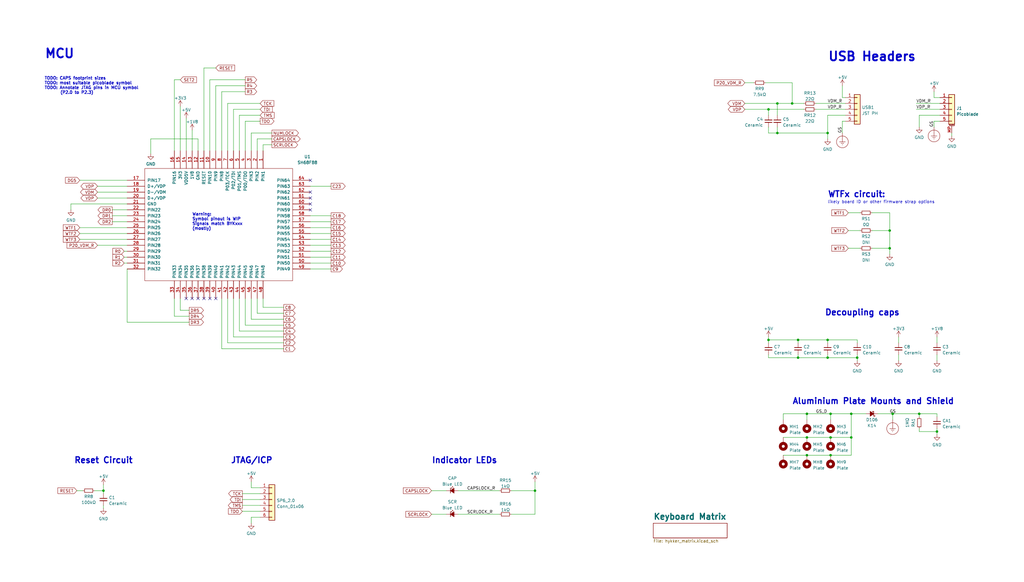
<source format=kicad_sch>
(kicad_sch (version 20211123) (generator eeschema)
  (paper "User" 440.004 250.012)
  (title_block (title "MCU / Connectors / Indicators") (date "2023-02-27") (company "Sebastian \"swiftgeek\" Grzywna") (comment 1 "Mechanical keyboard marketed as \"Hykker X Range 2017\"") (comment 3 "Reverse Engineered RE-K70-BYK800 (WIP)"))
  (lib_symbols
    (symbol "Connector_Generic:Conn_01x05" (pin_names (offset 1.016) hide)
      (property "Reference" "J" (at 0 7.62 0))
      (property "Value" "Conn_01x05" (at 0 -7.62 0))
      (symbol "Conn_01x05_1_1"
        (rectangle (start -1.27 -4.953) (end 0 -5.207) (stroke (width 0.1524)))
        (rectangle (start -1.27 -2.413) (end 0 -2.667) (stroke (width 0.1524)))
        (rectangle (start -1.27 0.127) (end 0 -0.127) (stroke (width 0.1524)))
        (rectangle (start -1.27 2.667) (end 0 2.413) (stroke (width 0.1524)))
        (rectangle (start -1.27 5.207) (end 0 4.953) (stroke (width 0.1524)))
        (rectangle (start -1.27 6.35) (end 1.27 -6.35) (stroke (width 0.254)) (fill (type background)))
        (pin passive line (at -5.08 5.08 0) (length 3.81) (name "Pin_1") (number "1"))
        (pin passive line (at -5.08 2.54 0) (length 3.81) (name "Pin_2") (number "2"))
        (pin passive line (at -5.08 0 0) (length 3.81) (name "Pin_3") (number "3"))
        (pin passive line (at -5.08 -2.54 0) (length 3.81) (name "Pin_4") (number "4"))
        (pin passive line (at -5.08 -5.08 0) (length 3.81) (name "Pin_5") (number "5"))
      )
    )
    (symbol "Connector_Generic:Conn_01x06" (pin_names (offset 1.016) hide)
      (property "Reference" "J" (at 0 7.62 0))
      (property "Value" "Conn_01x06" (at 0 -10.16 0))
      (symbol "Conn_01x06_1_1"
        (rectangle (start -1.27 -7.493) (end 0 -7.747) (stroke (width 0.1524)))
        (rectangle (start -1.27 -4.953) (end 0 -5.207) (stroke (width 0.1524)))
        (rectangle (start -1.27 -2.413) (end 0 -2.667) (stroke (width 0.1524)))
        (rectangle (start -1.27 0.127) (end 0 -0.127) (stroke (width 0.1524)))
        (rectangle (start -1.27 2.667) (end 0 2.413) (stroke (width 0.1524)))
        (rectangle (start -1.27 5.207) (end 0 4.953) (stroke (width 0.1524)))
        (rectangle (start -1.27 6.35) (end 1.27 -8.89) (stroke (width 0.254)) (fill (type background)))
        (pin passive line (at -5.08 5.08 0) (length 3.81) (name "Pin_1") (number "1"))
        (pin passive line (at -5.08 2.54 0) (length 3.81) (name "Pin_2") (number "2"))
        (pin passive line (at -5.08 0 0) (length 3.81) (name "Pin_3") (number "3"))
        (pin passive line (at -5.08 -2.54 0) (length 3.81) (name "Pin_4") (number "4"))
        (pin passive line (at -5.08 -5.08 0) (length 3.81) (name "Pin_5") (number "5"))
        (pin passive line (at -5.08 -7.62 0) (length 3.81) (name "Pin_6") (number "6"))
      )
    )
    (symbol "Connector_Generic_MountingPin:Conn_01x05_MountingPin" (pin_names (offset 1.016) hide)
      (property "Reference" "J" (at 0 7.62 0))
      (property "Value" "Conn_01x05_MountingPin" (at 1.27 -7.62 0))
      (symbol "Conn_01x05_MountingPin_1_1"
        (rectangle (start -1.27 -4.953) (end 0 -5.207) (stroke (width 0.1524)))
        (rectangle (start -1.27 -2.413) (end 0 -2.667) (stroke (width 0.1524)))
        (rectangle (start -1.27 0.127) (end 0 -0.127) (stroke (width 0.1524)))
        (rectangle (start -1.27 2.667) (end 0 2.413) (stroke (width 0.1524)))
        (rectangle (start -1.27 5.207) (end 0 4.953) (stroke (width 0.1524)))
        (rectangle (start -1.27 6.35) (end 1.27 -6.35) (stroke (width 0.254)) (fill (type background)))
        (polyline (pts (xy -1.016 -7.112) (xy 1.016 -7.112)) (stroke (width 0.1524)))
        (text "Mounting" (at 0 -6.731 0) (effects (font (size 0.381 0.381))))
        (pin passive line (at -5.08 5.08 0) (length 3.81) (name "Pin_1") (number "1"))
        (pin passive line (at -5.08 2.54 0) (length 3.81) (name "Pin_2") (number "2"))
        (pin passive line (at -5.08 0 0) (length 3.81) (name "Pin_3") (number "3"))
        (pin passive line (at -5.08 -2.54 0) (length 3.81) (name "Pin_4") (number "4"))
        (pin passive line (at -5.08 -5.08 0) (length 3.81) (name "Pin_5") (number "5"))
        (pin passive line (at 0 -10.16 90) (length 3.048) (name "MountPin") (number "MP"))
      )
    )
    (symbol "Device:C_Small" (pin_numbers hide) (pin_names (offset 0.254) hide)
      (property "Reference" "C" (at 0.254 1.778 0))
      (property "Value" "C_Small" (at 0.254 -2.032 0))
      (symbol "C_Small_0_1"
        (polyline (pts (xy -1.524 -0.508) (xy 1.524 -0.508)) (stroke (width 0.3302)))
        (polyline (pts (xy -1.524 0.508) (xy 1.524 0.508)) (stroke (width 0.3048)))
      )
      (symbol "C_Small_1_1"
        (pin passive line (at 0 2.54 270) (length 2.032) (name "~") (number "1"))
        (pin passive line (at 0 -2.54 90) (length 2.032) (name "~") (number "2"))
      )
    )
    (symbol "Device:D_Schottky_Small_Filled" (pin_numbers hide) (pin_names (offset 0.254) hide)
      (property "Reference" "D" (at -1.27 2.032 0))
      (property "Value" "D_Schottky_Small_Filled" (at -7.112 -2.032 0))
      (symbol "D_Schottky_Small_Filled_0_1"
        (polyline (pts (xy -0.762 0) (xy 0.762 0)))
        (polyline (pts (xy 0.762 -1.016) (xy -0.762 0) (xy 0.762 1.016) (xy 0.762 -1.016)) (stroke (width 0.254)) (fill (type outline)))
        (polyline (pts (xy -1.27 0.762) (xy -1.27 1.016) (xy -0.762 1.016) (xy -0.762 -1.016) (xy -0.254 -1.016) (xy -0.254 -0.762)) (stroke (width 0.254)))
      )
      (symbol "D_Schottky_Small_Filled_1_1"
        (pin passive line (at -2.54 0 0) (length 1.778) (name "K") (number "1"))
        (pin passive line (at 2.54 0 180) (length 1.778) (name "A") (number "2"))
      )
    )
    (symbol "Device:LED_Small_Filled" (pin_numbers hide) (pin_names (offset 0.254) hide)
      (property "Reference" "D" (at -1.27 3.175 0))
      (property "Value" "LED_Small_Filled" (at -4.445 -2.54 0))
      (symbol "LED_Small_Filled_0_1"
        (polyline (pts (xy -0.762 -1.016) (xy -0.762 1.016)) (stroke (width 0.254)))
        (polyline (pts (xy 1.016 0) (xy -0.762 0)))
        (polyline (pts (xy 0.762 -1.016) (xy -0.762 0) (xy 0.762 1.016) (xy 0.762 -1.016)) (stroke (width 0.254)) (fill (type outline)))
        (polyline (pts (xy 0 0.762) (xy -0.508 1.27) (xy -0.254 1.27) (xy -0.508 1.27) (xy -0.508 1.016)))
        (polyline (pts (xy 0.508 1.27) (xy 0 1.778) (xy 0.254 1.778) (xy 0 1.778) (xy 0 1.524)))
      )
      (symbol "LED_Small_Filled_1_1"
        (pin passive line (at -2.54 0 0) (length 1.778) (name "K") (number "1"))
        (pin passive line (at 2.54 0 180) (length 1.778) (name "A") (number "2"))
      )
    )
    (symbol "Device:R_Small" (pin_numbers hide) (pin_names (offset 0.254) hide)
      (property "Reference" "R" (at 0.762 0.508 0))
      (property "Value" "R_Small" (at 0.762 -1.016 0))
      (symbol "R_Small_0_1"
        (rectangle (start -0.762 1.778) (end 0.762 -1.778) (stroke (width 0.2032)))
      )
      (symbol "R_Small_1_1"
        (pin passive line (at 0 2.54 270) (length 0.762) (name "~") (number "1"))
        (pin passive line (at 0 -2.54 90) (length 0.762) (name "~") (number "2"))
      )
    )
    (symbol "Mechanical:MountingHole_Pad" (pin_numbers hide) (pin_names (offset 1.016) hide)
      (property "Reference" "H" (at 0 6.35 0))
      (property "Value" "MountingHole_Pad" (at 0 4.445 0))
      (symbol "MountingHole_Pad_0_1"
        (circle (center 0 1.27) (radius 1.27) (stroke (width 1.27)))
      )
      (symbol "MountingHole_Pad_1_1"
        (pin input line (at 0 -2.54 90) (length 2.54) (name "1") (number "1"))
      )
    )
    (symbol "SH68F88:SH68F88" (pin_names (offset 1.016))
      (property "Reference" "U" (at 0 -2.54 0))
      (property "Value" "SH68F88" (at 0 2.54 0))
      (symbol "SH68F88_1_0"
        (rectangle (start -31.75 -24.13) (end 31.75 24.13))
      )
      (symbol "SH68F88_1_1"
        (pin input line (at -19.05 -31.75 90) (length 7.62) (name "PIN1") (number "1"))
        (pin input line (at 3.81 -31.75 90) (length 7.62) (name "PIN10") (number "10"))
        (pin input line (at 6.35 -31.75 90) (length 7.62) (name "RESET") (number "11"))
        (pin power_in line (at 8.89 -31.75 90) (length 7.62) (name "GND") (number "12"))
        (pin power_out line (at 11.43 -31.75 90) (length 7.62) (name "1V8") (number "13"))
        (pin power_in line (at 13.97 -31.75 90) (length 7.62) (name "VDD5V") (number "14"))
        (pin power_out line (at 16.51 -31.75 90) (length 7.62) (name "3V3") (number "15"))
        (pin input line (at 19.05 -31.75 90) (length 7.62) (name "PIN16") (number "16"))
        (pin input line (at 39.37 -19.05 180) (length 7.62) (name "PIN17") (number "17"))
        (pin input line (at 39.37 -16.51 180) (length 7.62) (name "D+/VDP") (number "18"))
        (pin input line (at 39.37 -13.97 180) (length 7.62) (name "D-/VDM") (number "19"))
        (pin input line (at -16.51 -31.75 90) (length 7.62) (name "PIN2") (number "2"))
        (pin input line (at 39.37 -11.43 180) (length 7.62) (name "D+/VDP") (number "20"))
        (pin input line (at 39.37 -8.89 180) (length 7.62) (name "GND") (number "21"))
        (pin input line (at 39.37 -6.35 180) (length 7.62) (name "PIN22") (number "22"))
        (pin input line (at 39.37 -3.81 180) (length 7.62) (name "PIN23") (number "23"))
        (pin input line (at 39.37 -1.27 180) (length 7.62) (name "PIN24") (number "24"))
        (pin input line (at 39.37 1.27 180) (length 7.62) (name "PIN25") (number "25"))
        (pin input line (at 39.37 3.81 180) (length 7.62) (name "PIN26") (number "26"))
        (pin input line (at 39.37 6.35 180) (length 7.62) (name "PIN27") (number "27"))
        (pin input line (at 39.37 8.89 180) (length 7.62) (name "PIN28") (number "28"))
        (pin input line (at 39.37 11.43 180) (length 7.62) (name "PIN29") (number "29"))
        (pin input line (at -13.97 -31.75 90) (length 7.62) (name "PIN3") (number "3"))
        (pin input line (at 39.37 13.97 180) (length 7.62) (name "PIN30") (number "30"))
        (pin input line (at 39.37 16.51 180) (length 7.62) (name "PIN31") (number "31"))
        (pin input line (at 39.37 19.05 180) (length 7.62) (name "PIN32") (number "32"))
        (pin input line (at 19.05 31.75 270) (length 7.62) (name "PIN33") (number "33"))
        (pin input line (at 16.51 31.75 270) (length 7.62) (name "PIN34") (number "34"))
        (pin input line (at 13.97 31.75 270) (length 7.62) (name "PIN35") (number "35"))
        (pin input line (at 11.43 31.75 270) (length 7.62) (name "PIN36") (number "36"))
        (pin input line (at 8.89 31.75 270) (length 7.62) (name "PIN37") (number "37"))
        (pin input line (at 6.35 31.75 270) (length 7.62) (name "PIN38") (number "38"))
        (pin input line (at 3.81 31.75 270) (length 7.62) (name "PIN39") (number "39"))
        (pin input line (at -11.43 -31.75 90) (length 7.62) (name "P00/TDO") (number "4"))
        (pin input line (at 1.27 31.75 270) (length 7.62) (name "PIN40") (number "40"))
        (pin input line (at -1.27 31.75 270) (length 7.62) (name "PIN41") (number "41"))
        (pin input line (at -3.81 31.75 270) (length 7.62) (name "PIN42") (number "42"))
        (pin input line (at -6.35 31.75 270) (length 7.62) (name "PIN43") (number "43"))
        (pin input line (at -8.89 31.75 270) (length 7.62) (name "PIN44") (number "44"))
        (pin input line (at -11.43 31.75 270) (length 7.62) (name "PIN45") (number "45"))
        (pin input line (at -13.97 31.75 270) (length 7.62) (name "PIN46") (number "46"))
        (pin input line (at -16.51 31.75 270) (length 7.62) (name "PIN47") (number "47"))
        (pin input line (at -19.05 31.75 270) (length 7.62) (name "PIN48") (number "48"))
        (pin input line (at -39.37 19.05 0) (length 7.62) (name "PIN49") (number "49"))
        (pin input line (at -8.89 -31.75 90) (length 7.62) (name "P01/TMS") (number "5"))
        (pin input line (at -39.37 16.51 0) (length 7.62) (name "PIN50") (number "50"))
        (pin input line (at -39.37 13.97 0) (length 7.62) (name "PIN51") (number "51"))
        (pin input line (at -39.37 11.43 0) (length 7.62) (name "PIN52") (number "52"))
        (pin input line (at -39.37 8.89 0) (length 7.62) (name "PIN53") (number "53"))
        (pin input line (at -39.37 6.35 0) (length 7.62) (name "PIN54") (number "54"))
        (pin input line (at -39.37 3.81 0) (length 7.62) (name "PIN55") (number "55"))
        (pin input line (at -39.37 1.27 0) (length 7.62) (name "PIN56") (number "56"))
        (pin input line (at -39.37 -1.27 0) (length 7.62) (name "PIN57") (number "57"))
        (pin input line (at -39.37 -3.81 0) (length 7.62) (name "PIN58") (number "58"))
        (pin input line (at -39.37 -6.35 0) (length 7.62) (name "PIN59") (number "59"))
        (pin input line (at -6.35 -31.75 90) (length 7.62) (name "P02/TDI") (number "6"))
        (pin input line (at -39.37 -8.89 0) (length 7.62) (name "PIN60") (number "60"))
        (pin input line (at -39.37 -11.43 0) (length 7.62) (name "PIN61") (number "61"))
        (pin input line (at -39.37 -13.97 0) (length 7.62) (name "PIN62") (number "62"))
        (pin input line (at -39.37 -16.51 0) (length 7.62) (name "PIN63") (number "63"))
        (pin input line (at -39.37 -19.05 0) (length 7.62) (name "PIN64") (number "64"))
        (pin input line (at -3.81 -31.75 90) (length 7.62) (name "P03/TCK") (number "7"))
        (pin input line (at -1.27 -31.75 90) (length 7.62) (name "PIN8") (number "8"))
        (pin input line (at 1.27 -31.75 90) (length 7.62) (name "PIN9") (number "9"))
      )
    )
    (symbol "power:+1V8" (power) (pin_names (offset 0))
      (property "Value" "+1V8" (at 0 3.556 0))
      (symbol "+1V8_0_1"
        (polyline (pts (xy -0.762 1.27) (xy 0 2.54)))
        (polyline (pts (xy 0 0) (xy 0 2.54)))
        (polyline (pts (xy 0 2.54) (xy 0.762 1.27)))
      )
      (symbol "+1V8_1_1"
        (pin power_in line (at 0 0 90) (length 0) hide (name "+1V8") (number "1"))
      )
    )
    (symbol "power:+3V3" (power) (pin_names (offset 0))
      (property "Value" "+3V3" (at 0 3.556 0))
      (symbol "+3V3_0_1"
        (polyline (pts (xy -0.762 1.27) (xy 0 2.54)))
        (polyline (pts (xy 0 0) (xy 0 2.54)))
        (polyline (pts (xy 0 2.54) (xy 0.762 1.27)))
      )
      (symbol "+3V3_1_1"
        (pin power_in line (at 0 0 90) (length 0) hide (name "+3V3") (number "1"))
      )
    )
    (symbol "power:+5V" (power) (pin_names (offset 0))
      (property "Value" "+5V" (at 0 3.556 0))
      (symbol "+5V_0_1"
        (polyline (pts (xy -0.762 1.27) (xy 0 2.54)))
        (polyline (pts (xy 0 0) (xy 0 2.54)))
        (polyline (pts (xy 0 2.54) (xy 0.762 1.27)))
      )
      (symbol "+5V_1_1"
        (pin power_in line (at 0 0 90) (length 0) hide (name "+5V") (number "1"))
      )
    )
    (symbol "power:Earth_Protective" (power) (pin_names (offset 0))
      (symbol "Earth_Protective_0_1"
        (circle (center 0 -3.81) (radius 2.54))
        (polyline (pts (xy -0.635 -4.445) (xy 0.635 -4.445)))
        (polyline (pts (xy -0.127 -5.08) (xy 0.127 -5.08)))
        (polyline (pts (xy 0 -3.81) (xy 0 0)))
        (polyline (pts (xy 1.27 -3.81) (xy -1.27 -3.81)))
      )
      (symbol "Earth_Protective_1_1"
        (pin power_in line (at 0 0 270) (length 0) hide (name "Earth_Protective") (number "1"))
      )
    )
    (symbol "power:GND" (power) (pin_names (offset 0))
      (property "Value" "GND" (at 0 -3.81 0))
      (symbol "GND_0_1"
        (polyline (pts (xy 0 0) (xy 0 -1.27) (xy 1.27 -1.27) (xy 0 -2.54) (xy -1.27 -1.27) (xy 0 -1.27)))
      )
      (symbol "GND_1_1"
        (pin power_in line (at 0 0 270) (length 0) hide (name "GND") (number "1"))
      )
    )
  )
  (junction (at 355.6 153.67))
  (junction (at 356.87 195.58))
  (junction (at 229.87 210.82))
  (junction (at 355.6 146.05))
  (junction (at 346.71 187.96))
  (junction (at 382.27 106.68))
  (junction (at 356.87 177.8))
  (junction (at 330.2 46.99))
  (junction (at 356.87 187.96))
  (junction (at 334.01 44.45))
  (junction (at 330.2 146.05))
  (junction (at 365.76 187.96))
  (junction (at 340.36 44.45))
  (junction (at 346.71 195.58))
  (junction (at 402.59 185.42))
  (junction (at 394.97 177.8))
  (junction (at 342.9 146.05))
  (junction (at 44.45 210.82))
  (junction (at 382.27 99.06))
  (junction (at 355.6 57.15))
  (junction (at 368.3 153.67))
  (junction (at 365.76 177.8))
  (junction (at 346.71 177.8))
  (junction (at 342.9 153.67))
  (junction (at 383.54 177.8))
  (junction (at 334.01 57.15))
  (no_connect (at 90.17 128.27))
  (no_connect (at 133.35 82.55))
  (no_connect (at 85.09 128.27))
  (no_connect (at 133.35 77.47))
  (no_connect (at 133.35 90.17))
  (no_connect (at 133.35 85.09))
  (no_connect (at 82.55 128.27))
  (no_connect (at 87.63 128.27))
  (no_connect (at 92.71 128.27))
  (no_connect (at 133.35 87.63))
  (no_connect (at 80.01 128.27))
  (wire (pts (xy 346.71 177.8) (xy 336.55 177.8)))
  (wire (pts (xy 34.29 97.79) (xy 54.61 97.79)))
  (wire (pts (xy 121.92 149.86) (xy 95.25 149.86)))
  (wire (pts (xy 85.09 59.69) (xy 85.09 64.77)))
  (wire (pts (xy 342.9 146.05) (xy 342.9 147.32)))
  (wire (pts (xy 111.76 44.45) (xy 97.79 44.45)))
  (wire (pts (xy 355.6 152.4) (xy 355.6 153.67)))
  (wire (pts (xy 41.91 82.55) (xy 54.61 82.55)))
  (wire (pts (xy 107.95 209.55) (xy 111.76 209.55)))
  (wire (pts (xy 330.2 146.05) (xy 330.2 147.32)))
  (wire (pts (xy 104.14 212.09) (xy 111.76 212.09)))
  (wire (pts (xy 44.45 208.28) (xy 44.45 210.82)))
  (wire (pts (xy 41.91 80.01) (xy 54.61 80.01)))
  (wire (pts (xy 402.59 177.8) (xy 402.59 179.07)))
  (wire (pts (xy 111.76 49.53) (xy 102.87 49.53)))
  (wire (pts (xy 394.97 49.53) (xy 394.97 54.61)))
  (wire (pts (xy 133.35 105.41) (xy 142.24 105.41)))
  (wire (pts (xy 403.86 52.07) (xy 401.32 52.07)))
  (wire (pts (xy 53.34 113.03) (xy 54.61 113.03)))
  (wire (pts (xy 382.27 91.44) (xy 382.27 99.06)))
  (wire (pts (xy 81.28 135.89) (xy 74.93 135.89)))
  (wire (pts (xy 394.97 184.15) (xy 394.97 185.42)))
  (wire (pts (xy 64.77 59.69) (xy 85.09 59.69)))
  (wire (pts (xy 107.95 207.01) (xy 107.95 209.55)))
  (wire (pts (xy 53.34 107.95) (xy 54.61 107.95)))
  (wire (pts (xy 121.92 137.16) (xy 107.95 137.16)))
  (wire (pts (xy 340.36 44.45) (xy 345.44 44.45)))
  (wire (pts (xy 133.35 97.79) (xy 142.24 97.79)))
  (wire (pts (xy 368.3 146.05) (xy 368.3 147.32)))
  (wire (pts (xy 121.92 142.24) (xy 102.87 142.24)))
  (wire (pts (xy 219.71 210.82) (xy 229.87 210.82)))
  (wire (pts (xy 336.55 177.8) (xy 336.55 180.34)))
  (wire (pts (xy 386.08 152.4) (xy 386.08 154.94)))
  (wire (pts (xy 196.85 210.82) (xy 214.63 210.82)))
  (wire (pts (xy 133.35 100.33) (xy 142.24 100.33)))
  (wire (pts (xy 394.97 49.53) (xy 403.86 49.53)))
  (wire (pts (xy 33.02 210.82) (xy 35.56 210.82)))
  (wire (pts (xy 77.47 45.72) (xy 77.47 64.77)))
  (wire (pts (xy 34.29 100.33) (xy 54.61 100.33)))
  (wire (pts (xy 368.3 154.94) (xy 368.3 153.67)))
  (wire (pts (xy 368.3 152.4) (xy 368.3 153.67)))
  (wire (pts (xy 374.65 91.44) (xy 382.27 91.44)))
  (wire (pts (xy 133.35 107.95) (xy 142.24 107.95)))
  (wire (pts (xy 361.95 57.15) (xy 361.95 52.07)))
  (wire (pts (xy 340.36 35.56) (xy 340.36 44.45)))
  (wire (pts (xy 185.42 210.82) (xy 191.77 210.82)))
  (wire (pts (xy 105.41 34.29) (xy 90.17 34.29)))
  (wire (pts (xy 356.87 177.8) (xy 346.71 177.8)))
  (wire (pts (xy 342.9 153.67) (xy 330.2 153.67)))
  (wire (pts (xy 54.61 138.43) (xy 54.61 115.57)))
  (wire (pts (xy 100.33 144.78) (xy 100.33 128.27)))
  (wire (pts (xy 121.92 144.78) (xy 100.33 144.78)))
  (wire (pts (xy 330.2 54.61) (xy 330.2 57.15)))
  (wire (pts (xy 356.87 195.58) (xy 365.76 195.58)))
  (wire (pts (xy 110.49 64.77) (xy 110.49 59.69)))
  (wire (pts (xy 361.95 36.83) (xy 361.95 41.91)))
  (wire (pts (xy 111.76 222.25) (xy 107.95 222.25)))
  (wire (pts (xy 408.94 57.15) (xy 408.94 58.42)))
  (wire (pts (xy 121.92 139.7) (xy 105.41 139.7)))
  (wire (pts (xy 121.92 134.62) (xy 110.49 134.62)))
  (wire (pts (xy 374.65 106.68) (xy 382.27 106.68)))
  (wire (pts (xy 350.52 44.45) (xy 363.22 44.45)))
  (wire (pts (xy 64.77 66.04) (xy 64.77 59.69)))
  (wire (pts (xy 374.65 99.06) (xy 382.27 99.06)))
  (wire (pts (xy 105.41 52.07) (xy 105.41 64.77)))
  (wire (pts (xy 133.35 113.03) (xy 142.24 113.03)))
  (wire (pts (xy 110.49 59.69) (xy 116.84 59.69)))
  (wire (pts (xy 361.95 41.91) (xy 363.22 41.91)))
  (wire (pts (xy 105.41 139.7) (xy 105.41 128.27)))
  (wire (pts (xy 44.45 210.82) (xy 44.45 212.09)))
  (wire (pts (xy 355.6 49.53) (xy 363.22 49.53)))
  (wire (pts (xy 229.87 220.98) (xy 229.87 210.82)))
  (wire (pts (xy 334.01 44.45) (xy 334.01 49.53)))
  (wire (pts (xy 402.59 152.4) (xy 402.59 154.94)))
  (wire (pts (xy 368.3 153.67) (xy 355.6 153.67)))
  (wire (pts (xy 95.25 149.86) (xy 95.25 128.27)))
  (wire (pts (xy 334.01 44.45) (xy 340.36 44.45)))
  (wire (pts (xy 336.55 195.58) (xy 346.71 195.58)))
  (wire (pts (xy 219.71 220.98) (xy 229.87 220.98)))
  (wire (pts (xy 330.2 153.67) (xy 330.2 152.4)))
  (wire (pts (xy 346.71 177.8) (xy 346.71 180.34)))
  (wire (pts (xy 355.6 153.67) (xy 342.9 153.67)))
  (wire (pts (xy 53.34 110.49) (xy 54.61 110.49)))
  (wire (pts (xy 355.6 146.05) (xy 355.6 147.32)))
  (wire (pts (xy 82.55 55.88) (xy 82.55 64.77)))
  (wire (pts (xy 342.9 146.05) (xy 355.6 146.05)))
  (wire (pts (xy 104.14 219.71) (xy 111.76 219.71)))
  (wire (pts (xy 48.26 90.17) (xy 54.61 90.17)))
  (wire (pts (xy 361.95 52.07) (xy 363.22 52.07)))
  (wire (pts (xy 81.28 138.43) (xy 54.61 138.43)))
  (wire (pts (xy 356.87 177.8) (xy 356.87 180.34)))
  (wire (pts (xy 320.04 44.45) (xy 334.01 44.45)))
  (wire (pts (xy 104.14 217.17) (xy 111.76 217.17)))
  (wire (pts (xy 330.2 146.05) (xy 342.9 146.05)))
  (wire (pts (xy 356.87 177.8) (xy 365.76 177.8)))
  (wire (pts (xy 34.29 102.87) (xy 54.61 102.87)))
  (wire (pts (xy 355.6 49.53) (xy 355.6 57.15)))
  (wire (pts (xy 382.27 106.68) (xy 382.27 109.22)))
  (wire (pts (xy 133.35 102.87) (xy 142.24 102.87)))
  (wire (pts (xy 320.04 35.56) (xy 323.85 35.56)))
  (wire (pts (xy 382.27 99.06) (xy 382.27 106.68)))
  (wire (pts (xy 342.9 152.4) (xy 342.9 153.67)))
  (wire (pts (xy 350.52 46.99) (xy 363.22 46.99)))
  (wire (pts (xy 121.92 132.08) (xy 113.03 132.08)))
  (wire (pts (xy 330.2 144.78) (xy 330.2 146.05)))
  (wire (pts (xy 48.26 92.71) (xy 54.61 92.71)))
  (wire (pts (xy 95.25 39.37) (xy 95.25 64.77)))
  (wire (pts (xy 330.2 46.99) (xy 345.44 46.99)))
  (wire (pts (xy 365.76 177.8) (xy 365.76 187.96)))
  (wire (pts (xy 97.79 44.45) (xy 97.79 64.77)))
  (wire (pts (xy 133.35 92.71) (xy 142.24 92.71)))
  (wire (pts (xy 330.2 46.99) (xy 330.2 49.53)))
  (wire (pts (xy 364.49 99.06) (xy 369.57 99.06)))
  (wire (pts (xy 80.01 50.8) (xy 80.01 64.77)))
  (wire (pts (xy 364.49 91.44) (xy 369.57 91.44)))
  (wire (pts (xy 107.95 222.25) (xy 107.95 224.79)))
  (wire (pts (xy 402.59 185.42) (xy 402.59 184.15)))
  (wire (pts (xy 90.17 34.29) (xy 90.17 64.77)))
  (wire (pts (xy 402.59 144.78) (xy 402.59 147.32)))
  (wire (pts (xy 330.2 57.15) (xy 334.01 57.15)))
  (wire (pts (xy 386.08 144.78) (xy 386.08 147.32)))
  (wire (pts (xy 41.91 105.41) (xy 54.61 105.41)))
  (wire (pts (xy 107.95 137.16) (xy 107.95 128.27)))
  (wire (pts (xy 393.7 44.45) (xy 403.86 44.45)))
  (wire (pts (xy 34.29 77.47) (xy 54.61 77.47)))
  (wire (pts (xy 401.32 52.07) (xy 401.32 54.61)))
  (wire (pts (xy 355.6 57.15) (xy 355.6 59.69)))
  (wire (pts (xy 100.33 64.77) (xy 100.33 46.99)))
  (wire (pts (xy 346.71 187.96) (xy 356.87 187.96)))
  (wire (pts (xy 364.49 106.68) (xy 369.57 106.68)))
  (wire (pts (xy 30.48 87.63) (xy 30.48 90.17)))
  (wire (pts (xy 40.64 210.82) (xy 44.45 210.82)))
  (wire (pts (xy 97.79 147.32) (xy 97.79 128.27)))
  (wire (pts (xy 121.92 147.32) (xy 97.79 147.32)))
  (wire (pts (xy 383.54 177.8) (xy 383.54 180.34)))
  (wire (pts (xy 104.14 214.63) (xy 111.76 214.63)))
  (wire (pts (xy 92.71 36.83) (xy 92.71 64.77)))
  (wire (pts (xy 116.84 57.15) (xy 107.95 57.15)))
  (wire (pts (xy 105.41 39.37) (xy 95.25 39.37)))
  (wire (pts (xy 81.28 133.35) (xy 77.47 133.35)))
  (wire (pts (xy 133.35 115.57) (xy 142.24 115.57)))
  (wire (pts (xy 394.97 185.42) (xy 402.59 185.42)))
  (wire (pts (xy 365.76 187.96) (xy 356.87 187.96)))
  (wire (pts (xy 74.93 135.89) (xy 74.93 128.27)))
  (wire (pts (xy 113.03 64.77) (xy 113.03 62.23)))
  (wire (pts (xy 334.01 54.61) (xy 334.01 57.15)))
  (wire (pts (xy 110.49 134.62) (xy 110.49 128.27)))
  (wire (pts (xy 394.97 177.8) (xy 402.59 177.8)))
  (wire (pts (xy 87.63 29.21) (xy 87.63 64.77)))
  (wire (pts (xy 394.97 177.8) (xy 394.97 179.07)))
  (wire (pts (xy 41.91 85.09) (xy 54.61 85.09)))
  (wire (pts (xy 102.87 142.24) (xy 102.87 128.27)))
  (wire (pts (xy 74.93 34.29) (xy 74.93 64.77)))
  (wire (pts (xy 346.71 195.58) (xy 356.87 195.58)))
  (wire (pts (xy 133.35 110.49) (xy 142.24 110.49)))
  (wire (pts (xy 133.35 80.01) (xy 142.24 80.01)))
  (wire (pts (xy 113.03 132.08) (xy 113.03 128.27)))
  (wire (pts (xy 401.32 41.91) (xy 401.32 39.37)))
  (wire (pts (xy 365.76 195.58) (xy 365.76 187.96)))
  (wire (pts (xy 334.01 57.15) (xy 355.6 57.15)))
  (wire (pts (xy 102.87 49.53) (xy 102.87 64.77)))
  (wire (pts (xy 328.93 35.56) (xy 340.36 35.56)))
  (wire (pts (xy 133.35 95.25) (xy 142.24 95.25)))
  (wire (pts (xy 383.54 177.8) (xy 394.97 177.8)))
  (wire (pts (xy 77.47 133.35) (xy 77.47 128.27)))
  (wire (pts (xy 196.85 220.98) (xy 214.63 220.98)))
  (wire (pts (xy 402.59 185.42) (xy 402.59 186.69)))
  (wire (pts (xy 377.19 177.8) (xy 383.54 177.8)))
  (wire (pts (xy 336.55 187.96) (xy 346.71 187.96)))
  (wire (pts (xy 320.04 46.99) (xy 330.2 46.99)))
  (wire (pts (xy 403.86 41.91) (xy 401.32 41.91)))
  (wire (pts (xy 92.71 29.21) (xy 87.63 29.21)))
  (wire (pts (xy 365.76 177.8) (xy 372.11 177.8)))
  (wire (pts (xy 100.33 46.99) (xy 111.76 46.99)))
  (wire (pts (xy 393.7 46.99) (xy 403.86 46.99)))
  (wire (pts (xy 48.26 95.25) (xy 54.61 95.25)))
  (wire (pts (xy 111.76 52.07) (xy 105.41 52.07)))
  (wire (pts (xy 77.47 34.29) (xy 74.93 34.29)))
  (wire (pts (xy 105.41 36.83) (xy 92.71 36.83)))
  (wire (pts (xy 355.6 146.05) (xy 368.3 146.05)))
  (wire (pts (xy 107.95 57.15) (xy 107.95 64.77)))
  (wire (pts (xy 185.42 220.98) (xy 191.77 220.98)))
  (wire (pts (xy 229.87 207.01) (xy 229.87 210.82)))
  (wire (pts (xy 113.03 62.23) (xy 116.84 62.23)))
  (wire (pts (xy 54.61 87.63) (xy 30.48 87.63)))
  (wire (pts (xy 44.45 217.17) (xy 44.45 218.44)))
  (text "JTAG/ICP" (at 99.06 199.39 0) (effects (font (size 2.54 2.54) (thickness 0.508) bold) (justify left bottom)))
  (text "Aluminium Plate Mounts and Shield" (at 340.36 173.99 0) (effects (font (size 2.54 2.54) bold) (justify left bottom)))
  (text "likely board ID or other firmware strap options\n" (at 355.6 87.63 0) (effects (font (size 1.27 1.27)) (justify left bottom)))
  (text "MCU" (at 19.05 25.4 0) (effects (font (size 3.81 3.81) bold) (justify left bottom)))
  (text "Decoupling caps" (at 354.33 135.89 0) (effects (font (size 2.54 2.54) bold) (justify left bottom)))
  (text "Indicator LEDs" (at 185.42 199.39 0) (effects (font (size 2.54 2.54) (thickness 0.508) bold) (justify left bottom)))
  (text "Reset Circuit" (at 31.75 199.39 0) (effects (font (size 2.54 2.54) bold) (justify left bottom)))
  (text "TODO: CAPS footprint sizes\nTODO: most suitable picoblade symbol\nTODO: Annotate JTAG pins in MCU symbol\n       (P2.0 to P2.3)" (at 19.05 40.64 0) (effects (font (size 1.27 1.27) (thickness 0.254) bold) (justify left bottom)))
  (text "Warning:\nSymbol pinout is WIP\nSignals match BYKxxx\n(mostly)" (at 82.55 99.06 0) (effects (font (size 1.27 1.27) bold) (justify left bottom)))
  (text "USB Headers" (at 355.6 26.67 0) (effects (font (size 3.81 3.81) bold) (justify left bottom)))
  (text "WTFx circuit: " (at 355.6 85.09 0) (effects (font (size 2.54 2.54) (thickness 0.508) bold) (justify left bottom)))
  (label "VDM_R" (at 355.6 44.45 0))
  (label "GS" (at 401.32 54.61 90))
  (label "GS" (at 361.95 57.15 90))
  (label "VDP_R" (at 393.7 46.99 0))
  (label "CAPSLOCK_R" (at 200.66 210.82 0))
  (label "VDP_R" (at 355.6 46.99 0))
  (label "GS_D" (at 350.52 177.8 0))
  (label "GS" (at 382.27 177.8 0))
  (label "VDM_R" (at 393.7 44.45 0))
  (label "SCRLOCK_R" (at 200.66 220.98 0))
  (global_label "WTF3" (shape input) (at 34.29 102.87 180) (property "Intersheet References" "${INTERSHEET_REFS}" (effects hide)))
  (global_label "SCRLOCK" (shape output) (at 116.84 62.23 0) (property "Intersheet References" "${INTERSHEET_REFS}" (effects hide)))
  (global_label "C12" (shape output) (at 142.24 107.95 0) (property "Intersheet References" "${INTERSHEET_REFS}" (effects hide)))
  (global_label "DR0" (shape output) (at 48.26 90.17 180) (property "Intersheet References" "${INTERSHEET_REFS}" (effects hide)))
  (global_label "C7" (shape output) (at 121.92 134.62 0) (property "Intersheet References" "${INTERSHEET_REFS}" (effects hide)))
  (global_label "C14" (shape output) (at 142.24 102.87 0) (property "Intersheet References" "${INTERSHEET_REFS}" (effects hide)))
  (global_label "NUMLOCK" (shape output) (at 116.84 57.15 0) (property "Intersheet References" "${INTERSHEET_REFS}" (effects hide)))
  (global_label "WTF1" (shape input) (at 34.29 97.79 180) (property "Intersheet References" "${INTERSHEET_REFS}" (effects hide)))
  (global_label "P20_VDM_R" (shape input) (at 320.04 35.56 180) (property "Intersheet References" "${INTERSHEET_REFS}" (effects hide)))
  (global_label "RESET" (shape input) (at 33.02 210.82 180) (property "Intersheet References" "${INTERSHEET_REFS}" (effects hide)))
  (global_label "C16" (shape output) (at 142.24 97.79 0) (property "Intersheet References" "${INTERSHEET_REFS}" (effects hide)))
  (global_label "VDP" (shape bidirectional) (at 41.91 80.01 180) (property "Intersheet References" "${INTERSHEET_REFS}" (effects hide)))
  (global_label "VDM" (shape bidirectional) (at 41.91 82.55 180) (property "Intersheet References" "${INTERSHEET_REFS}" (effects hide)))
  (global_label "C4" (shape output) (at 121.92 142.24 0) (property "Intersheet References" "${INTERSHEET_REFS}" (effects hide)))
  (global_label "C5" (shape output) (at 121.92 139.7 0) (property "Intersheet References" "${INTERSHEET_REFS}" (effects hide)))
  (global_label "C11" (shape output) (at 142.24 110.49 0) (property "Intersheet References" "${INTERSHEET_REFS}" (effects hide)))
  (global_label "SCRLOCK" (shape input) (at 185.42 220.98 180) (property "Intersheet References" "${INTERSHEET_REFS}" (effects hide)))
  (global_label "DR2" (shape output) (at 48.26 95.25 180) (property "Intersheet References" "${INTERSHEET_REFS}" (effects hide)))
  (global_label "P20_VDM_R" (shape input) (at 41.91 105.41 180) (property "Intersheet References" "${INTERSHEET_REFS}" (effects hide)))
  (global_label "RESET" (shape input) (at 92.71 29.21 0) (property "Intersheet References" "${INTERSHEET_REFS}" (effects hide)))
  (global_label "C13" (shape output) (at 142.24 105.41 0) (property "Intersheet References" "${INTERSHEET_REFS}" (effects hide)))
  (global_label "C6" (shape output) (at 121.92 137.16 0) (property "Intersheet References" "${INTERSHEET_REFS}" (effects hide)))
  (global_label "TCK" (shape output) (at 104.14 212.09 180) (property "Intersheet References" "${INTERSHEET_REFS}" (effects hide)))
  (global_label "WTF2" (shape input) (at 364.49 99.06 180) (property "Intersheet References" "${INTERSHEET_REFS}" (effects hide)))
  (global_label "R3" (shape output) (at 105.41 39.37 0) (property "Intersheet References" "${INTERSHEET_REFS}" (effects hide)))
  (global_label "C2" (shape output) (at 121.92 147.32 0) (property "Intersheet References" "${INTERSHEET_REFS}" (effects hide)))
  (global_label "C18" (shape output) (at 142.24 92.71 0) (property "Intersheet References" "${INTERSHEET_REFS}" (effects hide)))
  (global_label "TDI" (shape input) (at 111.76 46.99 0) (property "Intersheet References" "${INTERSHEET_REFS}" (effects hide)))
  (global_label "DR4" (shape output) (at 81.28 135.89 0) (property "Intersheet References" "${INTERSHEET_REFS}" (effects hide)))
  (global_label "C17" (shape output) (at 142.24 95.25 0) (property "Intersheet References" "${INTERSHEET_REFS}" (effects hide)))
  (global_label "WTF2" (shape input) (at 34.29 100.33 180) (property "Intersheet References" "${INTERSHEET_REFS}" (effects hide)))
  (global_label "R0" (shape input) (at 53.34 107.95 180) (property "Intersheet References" "${INTERSHEET_REFS}" (effects hide)))
  (global_label "DR5" (shape output) (at 81.28 133.35 0) (property "Intersheet References" "${INTERSHEET_REFS}" (effects hide)))
  (global_label "TCK" (shape input) (at 111.76 44.45 0) (property "Intersheet References" "${INTERSHEET_REFS}" (effects hide)))
  (global_label "SET2" (shape input) (at 77.47 34.29 0) (property "Intersheet References" "${INTERSHEET_REFS}" (effects hide)))
  (global_label "C23" (shape output) (at 142.24 80.01 0) (property "Intersheet References" "${INTERSHEET_REFS}" (effects hide)))
  (global_label "VDM" (shape bidirectional) (at 320.04 44.45 180) (property "Intersheet References" "${INTERSHEET_REFS}" (effects hide)))
  (global_label "TDO" (shape input) (at 104.14 219.71 180) (property "Intersheet References" "${INTERSHEET_REFS}" (effects hide)))
  (global_label "R5" (shape output) (at 105.41 34.29 0) (property "Intersheet References" "${INTERSHEET_REFS}" (effects hide)))
  (global_label "C10" (shape output) (at 142.24 113.03 0) (property "Intersheet References" "${INTERSHEET_REFS}" (effects hide)))
  (global_label "CAPSLOCK" (shape output) (at 116.84 59.69 0) (property "Intersheet References" "${INTERSHEET_REFS}" (effects hide)))
  (global_label "WTF3" (shape input) (at 364.49 106.68 180) (property "Intersheet References" "${INTERSHEET_REFS}" (effects hide)))
  (global_label "WTF1" (shape input) (at 364.49 91.44 180) (property "Intersheet References" "${INTERSHEET_REFS}" (effects hide)))
  (global_label "R1" (shape input) (at 53.34 110.49 180) (property "Intersheet References" "${INTERSHEET_REFS}" (effects hide)))
  (global_label "CAPSLOCK" (shape input) (at 185.42 210.82 180) (property "Intersheet References" "${INTERSHEET_REFS}" (effects hide)))
  (global_label "DR1" (shape output) (at 48.26 92.71 180) (property "Intersheet References" "${INTERSHEET_REFS}" (effects hide)))
  (global_label "TMS" (shape output) (at 104.14 217.17 180) (property "Intersheet References" "${INTERSHEET_REFS}" (effects hide)))
  (global_label "R4" (shape output) (at 105.41 36.83 0) (property "Intersheet References" "${INTERSHEET_REFS}" (effects hide)))
  (global_label "VDP" (shape bidirectional) (at 320.04 46.99 180) (property "Intersheet References" "${INTERSHEET_REFS}" (effects hide)))
  (global_label "TDI" (shape output) (at 104.14 214.63 180) (property "Intersheet References" "${INTERSHEET_REFS}" (effects hide)))
  (global_label "DG5" (shape input) (at 34.29 77.47 180) (property "Intersheet References" "${INTERSHEET_REFS}" (effects hide)))
  (global_label "C1" (shape output) (at 121.92 149.86 0) (property "Intersheet References" "${INTERSHEET_REFS}" (effects hide)))
  (global_label "C8" (shape output) (at 121.92 132.08 0) (property "Intersheet References" "${INTERSHEET_REFS}" (effects hide)))
  (global_label "TDO" (shape output) (at 111.76 52.07 0) (property "Intersheet References" "${INTERSHEET_REFS}" (effects hide)))
  (global_label "TMS" (shape input) (at 111.76 49.53 0) (property "Intersheet References" "${INTERSHEET_REFS}" (effects hide)))
  (global_label "C15" (shape output) (at 142.24 100.33 0) (property "Intersheet References" "${INTERSHEET_REFS}" (effects hide)))
  (global_label "DR3" (shape output) (at 81.28 138.43 0) (property "Intersheet References" "${INTERSHEET_REFS}" (effects hide)))
  (global_label "R2" (shape input) (at 53.34 113.03 180) (property "Intersheet References" "${INTERSHEET_REFS}" (effects hide)))
  (global_label "C9" (shape output) (at 142.24 115.57 0) (property "Intersheet References" "${INTERSHEET_REFS}" (effects hide)))
  (global_label "VDP" (shape bidirectional) (at 41.91 85.09 180) (property "Intersheet References" "${INTERSHEET_REFS}" (effects hide)))
  (global_label "C3" (shape output) (at 121.92 144.78 0) (property "Intersheet References" "${INTERSHEET_REFS}" (effects hide)))
  (symbol (lib_id "Device:C_Small") (at 342.9 149.86 0) (unit 1)
    (property "Reference" "C2" (at 345.2241 149.0316 0) (effects (justify left)))
    (property "Value" "Ceramic" (at 345.2241 151.5685 0) (effects (justify left)))
  )
  (symbol (lib_id "Mechanical:MountingHole_Pad") (at 346.71 198.12 180) (unit 1)
    (property "Reference" "MH8" (at 349.25 198.5553 0) (effects (justify right)))
    (property "Value" "Plate" (at 349.25 201.0922 0) (effects (justify right)))
  )
  (symbol (lib_id "Device:D_Schottky_Small_Filled") (at 374.65 177.8 180) (unit 1)
    (property "Reference" "D106" (at 374.65 180.34 0))
    (property "Value" "K14" (at 374.65 182.88 0))
  )
  (symbol (lib_id "Device:C_Small") (at 386.08 149.86 0) (unit 1)
    (property "Reference" "C8" (at 388.4041 149.0316 0) (effects (justify left)))
    (property "Value" "Ceramic" (at 388.4041 151.5685 0) (effects (justify left)))
  )
  (symbol (lib_id "Device:C_Small") (at 402.59 149.86 0) (unit 1)
    (property "Reference" "C3" (at 404.9141 149.0316 0) (effects (justify left)))
    (property "Value" "Ceramic" (at 404.9141 151.5685 0) (effects (justify left)))
  )
  (symbol (lib_id "Mechanical:MountingHole_Pad") (at 356.87 198.12 180) (unit 1)
    (property "Reference" "MH9" (at 359.41 198.5553 0) (effects (justify right)))
    (property "Value" "Plate" (at 359.41 201.0922 0) (effects (justify right)))
  )
  (symbol (lib_id "power:GND") (at 408.94 58.42 0) (unit 1)
    (property "Reference" "#PWR?" (effects hide))
    (property "Value" "GND" (at 408.94 62.8634 0))
  )
  (symbol (lib_id "Mechanical:MountingHole_Pad") (at 336.55 182.88 180) (unit 1)
    (property "Reference" "MH1" (at 339.09 183.3153 0) (effects (justify right)))
    (property "Value" "Plate" (at 339.09 185.8522 0) (effects (justify right)))
  )
  (symbol (lib_id "power:Earth_Protective") (at 361.95 57.15 0) (unit 1)
    (property "Reference" "#PWR?" (effects hide))
    (property "Value" "Earth_Protective" (effects hide))
  )
  (symbol (lib_id "Device:LED_Small_Filled") (at 194.31 220.98 0) (unit 1)
    (property "Reference" "SCR" (at 194.3735 215.6292 0))
    (property "Value" "Blue LED" (at 194.3735 218.1661 0))
  )
  (symbol (lib_id "power:GND") (at 402.59 186.69 0) (unit 1)
    (property "Reference" "#PWR?" (effects hide))
    (property "Value" "GND" (at 402.59 191.1334 0))
  )
  (symbol (lib_id "Mechanical:MountingHole_Pad") (at 356.87 182.88 180) (unit 1)
    (property "Reference" "MH3" (at 359.41 183.3153 0) (effects (justify right)))
    (property "Value" "Plate" (at 359.41 185.8522 0) (effects (justify right)))
  )
  (symbol (lib_id "Device:R_Small") (at 326.39 35.56 90) (unit 1)
    (property "Reference" "RR9" (at 326.39 38.1 90))
    (property "Value" "7.5kΩ" (at 326.39 40.64 90))
  )
  (symbol (lib_id "Device:R_Small") (at 347.98 46.99 270) (mirror x) (unit 1)
    (property "Reference" "RR12" (at 347.98 49.53 90))
    (property "Value" "22Ω" (at 347.98 52.07 90))
  )
  (symbol (lib_id "power:+1V8") (at 82.55 55.88 0) (unit 1)
    (property "Reference" "#PWR0103" (effects hide))
    (property "Value" "+1V8" (at 82.55 52.3042 0))
  )
  (symbol (lib_id "Device:R_Small") (at 372.11 91.44 270) (mirror x) (unit 1)
    (property "Reference" "RS1" (at 372.11 93.98 90))
    (property "Value" "0Ω" (at 372.11 96.52 90))
  )
  (symbol (lib_id "power:GND") (at 402.59 154.94 0) (unit 1)
    (property "Reference" "#PWR?" (effects hide))
    (property "Value" "GND" (at 402.59 159.3834 0))
  )
  (symbol (lib_id "Mechanical:MountingHole_Pad") (at 346.71 190.5 180) (unit 1)
    (property "Reference" "MH5" (at 349.25 190.9353 0) (effects (justify right)))
    (property "Value" "Plate" (at 349.25 193.4722 0) (effects (justify right)))
  )
  (symbol (lib_id "power:GND") (at 394.97 54.61 0) (unit 1)
    (property "Reference" "#PWR?" (effects hide))
    (property "Value" "GND" (at 394.97 59.0534 0))
  )
  (symbol (lib_id "Device:R_Small") (at 394.97 181.61 0) (mirror x) (unit 1)
    (property "Reference" "RA1" (at 392.43 181.61 90))
    (property "Value" "1MΩ" (at 389.89 181.61 90))
  )
  (symbol (lib_id "power:GND") (at 64.77 66.04 0) (unit 1)
    (property "Reference" "#PWR0106" (effects hide))
    (property "Value" "GND" (at 64.77 70.4834 0))
  )
  (symbol (lib_id "Device:LED_Small_Filled") (at 194.31 210.82 0) (unit 1)
    (property "Reference" "CAP" (at 194.3735 205.4692 0))
    (property "Value" "Blue LED" (at 194.3735 208.0061 0))
  )
  (symbol (lib_id "Device:C_Small") (at 330.2 52.07 0) (mirror x) (unit 1)
    (property "Reference" "C4" (at 327.876 51.2289 0) (effects (justify right)))
    (property "Value" "Ceramic" (at 327.876 53.7658 0) (effects (justify right)))
  )
  (symbol (lib_id "power:Earth_Protective") (at 383.54 180.34 0) (unit 1)
    (property "Reference" "#PWR?" (effects hide))
    (property "Value" "Earth_Protective" (effects hide))
  )
  (symbol (lib_id "Connector_Generic_MountingPin:Conn_01x05_MountingPin") (at 408.94 46.99 0) (unit 1)
    (property "Reference" "J1" (at 410.972 46.5109 0) (effects (justify left)))
    (property "Value" "Picoblade" (at 410.972 49.0478 0) (effects (justify left)))
  )
  (symbol (lib_id "power:GND") (at 382.27 109.22 0) (unit 1)
    (property "Reference" "#PWR?" (effects hide))
    (property "Value" "GND" (at 382.27 113.6634 0))
  )
  (symbol (lib_id "power:Earth_Protective") (at 401.32 54.61 0) (unit 1)
    (property "Reference" "#PWR?" (effects hide))
    (property "Value" "Earth_Protective" (effects hide))
  )
  (symbol (lib_id "Device:C_Small") (at 368.3 149.86 0) (unit 1)
    (property "Reference" "C10" (at 370.6241 149.0316 0) (effects (justify left)))
    (property "Value" "Ceramic" (at 370.6241 151.5685 0) (effects (justify left)))
  )
  (symbol (lib_id "power:GND") (at 386.08 154.94 0) (unit 1)
    (property "Reference" "#PWR?" (effects hide))
    (property "Value" "GND" (at 386.08 159.3834 0))
  )
  (symbol (lib_id "power:+3V3") (at 386.08 144.78 0) (unit 1)
    (property "Reference" "#PWR?" (effects hide))
    (property "Value" "+3V3" (at 386.08 141.2042 0))
  )
  (symbol (lib_id "Device:R_Small") (at 217.17 210.82 90) (unit 1)
    (property "Reference" "RR15" (at 217.17 206.3836 90))
    (property "Value" "1kΩ" (at 217.17 208.9205 90))
  )
  (symbol (lib_id "Device:R_Small") (at 38.1 210.82 270) (mirror x) (unit 1)
    (property "Reference" "RR8" (at 38.1 213.36 90))
    (property "Value" "100kΩ" (at 38.1 215.9 90))
  )
  (symbol (lib_id "Device:R_Small") (at 347.98 44.45 270) (unit 1)
    (property "Reference" "RR13" (at 347.98 40.0136 90))
    (property "Value" "22Ω" (at 347.98 42.5505 90))
  )
  (symbol (lib_id "power:+3V3") (at 77.47 45.72 0) (unit 1)
    (property "Reference" "#PWR0101" (effects hide))
    (property "Value" "+3V3" (at 77.47 42.1442 0))
  )
  (symbol (lib_id "power:GND") (at 368.3 154.94 0) (unit 1)
    (property "Reference" "#PWR?" (effects hide))
    (property "Value" "GND" (at 368.3 159.3834 0))
  )
  (symbol (lib_id "Device:C_Small") (at 330.2 149.86 0) (unit 1)
    (property "Reference" "C7" (at 332.5241 149.0316 0) (effects (justify left)))
    (property "Value" "Ceramic" (at 332.5241 151.5685 0) (effects (justify left)))
  )
  (symbol (lib_id "Mechanical:MountingHole_Pad") (at 356.87 190.5 180) (unit 1)
    (property "Reference" "MH6" (at 359.41 190.9353 0) (effects (justify right)))
    (property "Value" "Plate" (at 359.41 193.4722 0) (effects (justify right)))
  )
  (symbol (lib_id "power:GND") (at 44.45 218.44 0) (unit 1)
    (property "Reference" "#PWR?" (effects hide))
    (property "Value" "GND" (at 44.45 222.8834 0))
  )
  (symbol (lib_id "power:GND") (at 107.95 224.79 0) (unit 1)
    (property "Reference" "#PWR?" (effects hide))
    (property "Value" "GND" (at 107.95 229.2334 0))
  )
  (symbol (lib_id "Device:R_Small") (at 372.11 106.68 270) (mirror x) (unit 1)
    (property "Reference" "RS3" (at 372.11 109.22 90))
    (property "Value" "DNI" (at 372.11 111.76 90))
  )
  (symbol (lib_id "power:+5V") (at 44.45 208.28 0) (unit 1)
    (property "Reference" "#PWR?" (effects hide))
    (property "Value" "+5V" (at 44.45 204.7042 0))
  )
  (symbol (lib_id "power:+5V") (at 80.01 50.8 0) (unit 1)
    (property "Reference" "#PWR0102" (effects hide))
    (property "Value" "+5V" (at 80.01 47.2242 0))
  )
  (symbol (lib_id "Mechanical:MountingHole_Pad") (at 336.55 198.12 180) (unit 1)
    (property "Reference" "MH7" (at 339.09 198.5553 0) (effects (justify right)))
    (property "Value" "Plate" (at 339.09 201.0922 0) (effects (justify right)))
  )
  (symbol (lib_id "power:+1V8") (at 402.59 144.78 0) (unit 1)
    (property "Reference" "#PWR?" (effects hide))
    (property "Value" "+1V8" (at 402.59 141.2042 0))
  )
  (symbol (lib_id "Device:R_Small") (at 372.11 99.06 270) (mirror x) (unit 1)
    (property "Reference" "RS2" (at 372.11 101.6 90))
    (property "Value" "DNI" (at 372.11 104.14 90))
  )
  (symbol (lib_id "SH68F88:SH68F88") (at 93.98 96.52 180) (unit 1)
    (property "Reference" "U1" (at 132.08 67.31 0))
    (property "Value" "SH68F88" (at 132.08 69.85 0))
    (property "Footprint" "MODULE" (effects hide))
    (property "Datasheet" "DOCUMENTATION" (effects hide))
  )
  (symbol (lib_id "power:+5V") (at 107.95 207.01 0) (unit 1)
    (property "Reference" "#PWR?" (effects hide))
    (property "Value" "+5V" (at 107.95 203.4342 0))
  )
  (symbol (lib_id "Device:C_Small") (at 44.45 214.63 0) (unit 1)
    (property "Reference" "C1" (at 46.7741 213.8016 0) (effects (justify left)))
    (property "Value" "Ceramic" (at 46.7741 216.3385 0) (effects (justify left)))
  )
  (symbol (lib_id "power:+5V") (at 401.32 39.37 0) (unit 1)
    (property "Reference" "#PWR?" (effects hide))
    (property "Value" "+5V" (at 401.32 35.7942 0))
  )
  (symbol (lib_id "Device:C_Small") (at 334.01 52.07 0) (unit 1)
    (property "Reference" "C5" (at 336.3341 51.2416 0) (effects (justify left)))
    (property "Value" "Ceramic" (at 336.3341 53.7785 0) (effects (justify left)))
  )
  (symbol (lib_id "power:+5V") (at 361.95 36.83 0) (unit 1)
    (property "Reference" "#PWR0105" (effects hide))
    (property "Value" "+5V" (at 361.95 33.2542 0))
  )
  (symbol (lib_id "power:GND") (at 30.48 90.17 0) (unit 1)
    (property "Reference" "#PWR0107" (effects hide))
    (property "Value" "GND" (at 30.48 94.6134 0))
  )
  (symbol (lib_id "Mechanical:MountingHole_Pad") (at 346.71 182.88 180) (unit 1)
    (property "Reference" "MH2" (at 349.25 183.3153 0) (effects (justify right)))
    (property "Value" "Plate" (at 349.25 185.8522 0) (effects (justify right)))
  )
  (symbol (lib_id "Device:R_Small") (at 217.17 220.98 90) (unit 1)
    (property "Reference" "RR16" (at 217.17 216.5436 90))
    (property "Value" "1kΩ" (at 217.17 219.0805 90))
  )
  (symbol (lib_id "power:GND") (at 355.6 59.69 0) (unit 1)
    (property "Reference" "#PWR0104" (effects hide))
    (property "Value" "GND" (at 355.6 64.1334 0))
  )
  (symbol (lib_id "Device:C_Small") (at 355.6 149.86 0) (unit 1)
    (property "Reference" "C9" (at 357.9241 149.0316 0) (effects (justify left)))
    (property "Value" "Ceramic" (at 357.9241 151.5685 0) (effects (justify left)))
  )
  (symbol (lib_id "Mechanical:MountingHole_Pad") (at 336.55 190.5 180) (unit 1)
    (property "Reference" "MH4" (at 339.09 190.9353 0) (effects (justify right)))
    (property "Value" "Plate" (at 339.09 193.4722 0) (effects (justify right)))
  )
  (symbol (lib_id "power:+5V") (at 229.87 207.01 0) (unit 1)
    (property "Reference" "#PWR?" (effects hide))
    (property "Value" "+5V" (at 229.87 203.4342 0))
  )
  (symbol (lib_id "Device:C_Small") (at 402.59 181.61 0) (unit 1)
    (property "Reference" "CA1" (at 404.9141 180.7816 0) (effects (justify left)))
    (property "Value" "Ceramic" (at 404.9141 183.3185 0) (effects (justify left)))
  )
  (symbol (lib_id "power:+5V") (at 330.2 144.78 0) (unit 1)
    (property "Reference" "#PWR?" (effects hide))
    (property "Value" "+5V" (at 330.2 141.2042 0))
  )
  (symbol (lib_id "Connector_Generic:Conn_01x05") (at 368.3 46.99 0) (unit 1)
    (property "Reference" "USB1" (at 370.332 46.1553 0) (effects (justify left)))
    (property "Value" "JST PH" (at 370.332 48.6922 0) (effects (justify left)))
  )
  (symbol (lib_id "Connector_Generic:Conn_01x06") (at 116.84 214.63 0) (unit 1)
    (property "Reference" "SP6_2.0" (at 118.872 215.0653 0) (effects (justify left)))
    (property "Value" "Conn_01x06" (at 118.872 217.6022 0) (effects (justify left)))
  )
  (sheet (at 280.67 224.79) (size 31.75 6.35) (stroke (width 0.1524))
    (property "Sheet name" "Keyboard Matrix" (at 280.67 223.4434 0) (effects (font (size 2.54 2.54) bold) (justify left bottom)))
    (property "Sheet file" "hykker_matrix.kicad_sch" (at 280.67 231.7246 0) (effects (justify left top)))
  )
)
</source>
